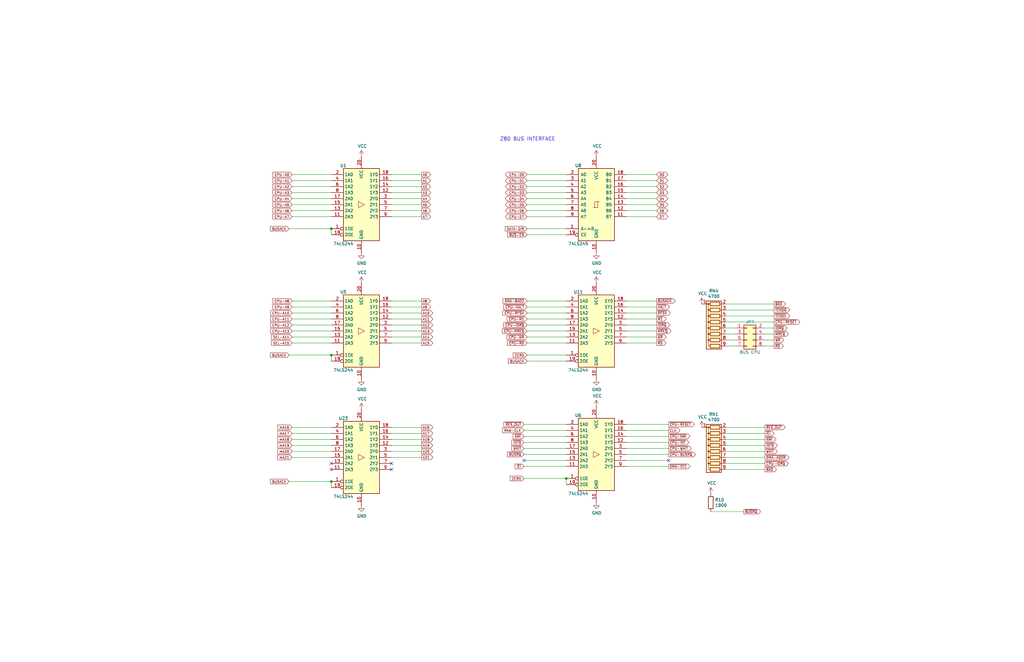
<source format=kicad_sch>
(kicad_sch (version 20211123) (generator eeschema)
  (paper "B")
  (lib_symbols
    (symbol "74xx:74HCT244"
      (property "Reference" "U" (at -7.62 16.51 0))
      (property "Value" "74HCT244" (at -7.62 -16.51 0))
      (symbol "74HCT244_1_0"
        (polyline (pts (xy 1.27 0) (xy -1.27 1.27) (xy -1.27 -1.27) (xy 1.27 0)) (stroke (width 0.1524)))
        (pin input inverted (at -12.7 -10.16 0) (length 5.08) (name "1OE") (number "1"))
        (pin power_in line (at 0 -20.32 90) (length 5.08) (name "GND") (number "10"))
        (pin input line (at -12.7 -5.08 0) (length 5.08) (name "2A3") (number "11"))
        (pin tri_state line (at 12.7 5.08 180) (length 5.08) (name "1Y3") (number "12"))
        (pin input line (at -12.7 -2.54 0) (length 5.08) (name "2A2") (number "13"))
        (pin tri_state line (at 12.7 7.62 180) (length 5.08) (name "1Y2") (number "14"))
        (pin input line (at -12.7 0 0) (length 5.08) (name "2A1") (number "15"))
        (pin tri_state line (at 12.7 10.16 180) (length 5.08) (name "1Y1") (number "16"))
        (pin input line (at -12.7 2.54 0) (length 5.08) (name "2A0") (number "17"))
        (pin tri_state line (at 12.7 12.7 180) (length 5.08) (name "1Y0") (number "18"))
        (pin input inverted (at -12.7 -12.7 0) (length 5.08) (name "2OE") (number "19"))
        (pin input line (at -12.7 12.7 0) (length 5.08) (name "1A0") (number "2"))
        (pin power_in line (at 0 20.32 270) (length 5.08) (name "VCC") (number "20"))
        (pin tri_state line (at 12.7 2.54 180) (length 5.08) (name "2Y0") (number "3"))
        (pin input line (at -12.7 10.16 0) (length 5.08) (name "1A1") (number "4"))
        (pin tri_state line (at 12.7 0 180) (length 5.08) (name "2Y1") (number "5"))
        (pin input line (at -12.7 7.62 0) (length 5.08) (name "1A2") (number "6"))
        (pin tri_state line (at 12.7 -2.54 180) (length 5.08) (name "2Y2") (number "7"))
        (pin input line (at -12.7 5.08 0) (length 5.08) (name "1A3") (number "8"))
        (pin tri_state line (at 12.7 -5.08 180) (length 5.08) (name "2Y3") (number "9"))
      )
      (symbol "74HCT244_1_1"
        (rectangle (start -7.62 15.24) (end 7.62 -15.24) (stroke (width 0.254)) (fill (type background)))
      )
    )
    (symbol "74xx:74LS245" (pin_names (offset 1.016))
      (property "Reference" "U" (at -7.62 16.51 0))
      (property "Value" "74LS245" (at -7.62 -16.51 0))
      (symbol "74LS245_1_0"
        (polyline (pts (xy -0.635 -1.27) (xy -0.635 1.27) (xy 0.635 1.27)))
        (polyline (pts (xy -1.27 -1.27) (xy 0.635 -1.27) (xy 0.635 1.27) (xy 1.27 1.27)))
        (pin input line (at -12.7 -10.16 0) (length 5.08) (name "A->B") (number "1"))
        (pin power_in line (at 0 -20.32 90) (length 5.08) (name "GND") (number "10"))
        (pin tri_state line (at 12.7 -5.08 180) (length 5.08) (name "B7") (number "11"))
        (pin tri_state line (at 12.7 -2.54 180) (length 5.08) (name "B6") (number "12"))
        (pin tri_state line (at 12.7 0 180) (length 5.08) (name "B5") (number "13"))
        (pin tri_state line (at 12.7 2.54 180) (length 5.08) (name "B4") (number "14"))
        (pin tri_state line (at 12.7 5.08 180) (length 5.08) (name "B3") (number "15"))
        (pin tri_state line (at 12.7 7.62 180) (length 5.08) (name "B2") (number "16"))
        (pin tri_state line (at 12.7 10.16 180) (length 5.08) (name "B1") (number "17"))
        (pin tri_state line (at 12.7 12.7 180) (length 5.08) (name "B0") (number "18"))
        (pin input inverted (at -12.7 -12.7 0) (length 5.08) (name "CE") (number "19"))
        (pin tri_state line (at -12.7 12.7 0) (length 5.08) (name "A0") (number "2"))
        (pin power_in line (at 0 20.32 270) (length 5.08) (name "VCC") (number "20"))
        (pin tri_state line (at -12.7 10.16 0) (length 5.08) (name "A1") (number "3"))
        (pin tri_state line (at -12.7 7.62 0) (length 5.08) (name "A2") (number "4"))
        (pin tri_state line (at -12.7 5.08 0) (length 5.08) (name "A3") (number "5"))
        (pin tri_state line (at -12.7 2.54 0) (length 5.08) (name "A4") (number "6"))
        (pin tri_state line (at -12.7 0 0) (length 5.08) (name "A5") (number "7"))
        (pin tri_state line (at -12.7 -2.54 0) (length 5.08) (name "A6") (number "8"))
        (pin tri_state line (at -12.7 -5.08 0) (length 5.08) (name "A7") (number "9"))
      )
      (symbol "74LS245_1_1"
        (rectangle (start -7.62 15.24) (end 7.62 -15.24) (stroke (width 0.254)) (fill (type background)))
      )
    )
    (symbol "Connector_Generic:Conn_02x04_Odd_Even" (pin_names (offset 1.016) hide)
      (property "Reference" "J" (at 1.27 5.08 0))
      (property "Value" "Conn_02x04_Odd_Even" (at 1.27 -7.62 0))
      (symbol "Conn_02x04_Odd_Even_1_1"
        (rectangle (start -1.27 -4.953) (end 0 -5.207) (stroke (width 0.1524)))
        (rectangle (start -1.27 -2.413) (end 0 -2.667) (stroke (width 0.1524)))
        (rectangle (start -1.27 0.127) (end 0 -0.127) (stroke (width 0.1524)))
        (rectangle (start -1.27 2.667) (end 0 2.413) (stroke (width 0.1524)))
        (rectangle (start -1.27 3.81) (end 3.81 -6.35) (stroke (width 0.254)) (fill (type background)))
        (rectangle (start 3.81 -4.953) (end 2.54 -5.207) (stroke (width 0.1524)))
        (rectangle (start 3.81 -2.413) (end 2.54 -2.667) (stroke (width 0.1524)))
        (rectangle (start 3.81 0.127) (end 2.54 -0.127) (stroke (width 0.1524)))
        (rectangle (start 3.81 2.667) (end 2.54 2.413) (stroke (width 0.1524)))
        (pin passive line (at -5.08 2.54 0) (length 3.81) (name "Pin_1") (number "1"))
        (pin passive line (at 7.62 2.54 180) (length 3.81) (name "Pin_2") (number "2"))
        (pin passive line (at -5.08 0 0) (length 3.81) (name "Pin_3") (number "3"))
        (pin passive line (at 7.62 0 180) (length 3.81) (name "Pin_4") (number "4"))
        (pin passive line (at -5.08 -2.54 0) (length 3.81) (name "Pin_5") (number "5"))
        (pin passive line (at 7.62 -2.54 180) (length 3.81) (name "Pin_6") (number "6"))
        (pin passive line (at -5.08 -5.08 0) (length 3.81) (name "Pin_7") (number "7"))
        (pin passive line (at 7.62 -5.08 180) (length 3.81) (name "Pin_8") (number "8"))
      )
    )
    (symbol "Device:R" (pin_numbers hide) (pin_names (offset 0))
      (property "Reference" "R" (at 2.032 0 90))
      (property "Value" "R" (at 0 0 90))
      (symbol "R_0_1"
        (rectangle (start -1.016 -2.54) (end 1.016 2.54) (stroke (width 0.254)))
      )
      (symbol "R_1_1"
        (pin passive line (at 0 3.81 270) (length 1.27) (name "~") (number "1"))
        (pin passive line (at 0 -3.81 90) (length 1.27) (name "~") (number "2"))
      )
    )
    (symbol "Device:R_Network08" (pin_names (offset 0) hide)
      (property "Reference" "RN" (at -12.7 0 90))
      (property "Value" "R_Network08" (at 10.16 0 90))
      (symbol "R_Network08_0_1"
        (rectangle (start -11.43 -3.175) (end 8.89 3.175) (stroke (width 0.254)) (fill (type background)))
        (rectangle (start -10.922 1.524) (end -9.398 -2.54) (stroke (width 0.254)))
        (circle (center -10.16 2.286) (radius 0.254) (fill (type outline)))
        (rectangle (start -8.382 1.524) (end -6.858 -2.54) (stroke (width 0.254)))
        (circle (center -7.62 2.286) (radius 0.254) (fill (type outline)))
        (rectangle (start -5.842 1.524) (end -4.318 -2.54) (stroke (width 0.254)))
        (circle (center -5.08 2.286) (radius 0.254) (fill (type outline)))
        (rectangle (start -3.302 1.524) (end -1.778 -2.54) (stroke (width 0.254)))
        (circle (center -2.54 2.286) (radius 0.254) (fill (type outline)))
        (rectangle (start -0.762 1.524) (end 0.762 -2.54) (stroke (width 0.254)))
        (polyline (pts (xy -10.16 -2.54) (xy -10.16 -3.81)))
        (polyline (pts (xy -7.62 -2.54) (xy -7.62 -3.81)))
        (polyline (pts (xy -5.08 -2.54) (xy -5.08 -3.81)))
        (polyline (pts (xy -2.54 -2.54) (xy -2.54 -3.81)))
        (polyline (pts (xy 0 -2.54) (xy 0 -3.81)))
        (polyline (pts (xy 2.54 -2.54) (xy 2.54 -3.81)))
        (polyline (pts (xy 5.08 -2.54) (xy 5.08 -3.81)))
        (polyline (pts (xy 7.62 -2.54) (xy 7.62 -3.81)))
        (polyline (pts (xy -10.16 1.524) (xy -10.16 2.286) (xy -7.62 2.286) (xy -7.62 1.524)))
        (polyline (pts (xy -7.62 1.524) (xy -7.62 2.286) (xy -5.08 2.286) (xy -5.08 1.524)))
        (polyline (pts (xy -5.08 1.524) (xy -5.08 2.286) (xy -2.54 2.286) (xy -2.54 1.524)))
        (polyline (pts (xy -2.54 1.524) (xy -2.54 2.286) (xy 0 2.286) (xy 0 1.524)))
        (polyline (pts (xy 0 1.524) (xy 0 2.286) (xy 2.54 2.286) (xy 2.54 1.524)))
        (polyline (pts (xy 2.54 1.524) (xy 2.54 2.286) (xy 5.08 2.286) (xy 5.08 1.524)))
        (polyline (pts (xy 5.08 1.524) (xy 5.08 2.286) (xy 7.62 2.286) (xy 7.62 1.524)))
        (circle (center 0 2.286) (radius 0.254) (fill (type outline)))
        (rectangle (start 1.778 1.524) (end 3.302 -2.54) (stroke (width 0.254)))
        (circle (center 2.54 2.286) (radius 0.254) (fill (type outline)))
        (rectangle (start 4.318 1.524) (end 5.842 -2.54) (stroke (width 0.254)))
        (circle (center 5.08 2.286) (radius 0.254) (fill (type outline)))
        (rectangle (start 6.858 1.524) (end 8.382 -2.54) (stroke (width 0.254)))
      )
      (symbol "R_Network08_1_1"
        (pin passive line (at -10.16 5.08 270) (length 2.54) (name "common") (number "1"))
        (pin passive line (at -10.16 -5.08 90) (length 1.27) (name "R1") (number "2"))
        (pin passive line (at -7.62 -5.08 90) (length 1.27) (name "R2") (number "3"))
        (pin passive line (at -5.08 -5.08 90) (length 1.27) (name "R3") (number "4"))
        (pin passive line (at -2.54 -5.08 90) (length 1.27) (name "R4") (number "5"))
        (pin passive line (at 0 -5.08 90) (length 1.27) (name "R5") (number "6"))
        (pin passive line (at 2.54 -5.08 90) (length 1.27) (name "R6") (number "7"))
        (pin passive line (at 5.08 -5.08 90) (length 1.27) (name "R7") (number "8"))
        (pin passive line (at 7.62 -5.08 90) (length 1.27) (name "R8") (number "9"))
      )
    )
    (symbol "power:GND" (power) (pin_names (offset 0))
      (property "Value" "GND" (at 0 -3.81 0))
      (symbol "GND_0_1"
        (polyline (pts (xy 0 0) (xy 0 -1.27) (xy 1.27 -1.27) (xy 0 -2.54) (xy -1.27 -1.27) (xy 0 -1.27)))
      )
      (symbol "GND_1_1"
        (pin power_in line (at 0 0 270) (length 0) hide (name "GND") (number "1"))
      )
    )
    (symbol "power:VCC" (power) (pin_names (offset 0))
      (property "Value" "VCC" (at 0 3.81 0))
      (symbol "VCC_0_1"
        (polyline (pts (xy -0.762 1.27) (xy 0 2.54)))
        (polyline (pts (xy 0 0) (xy 0 2.54)))
        (polyline (pts (xy 0 2.54) (xy 0.762 1.27)))
      )
      (symbol "VCC_1_1"
        (pin power_in line (at 0 0 90) (length 0) hide (name "VCC") (number "1"))
      )
    )
  )
  (junction (at 139.7 149.86))
  (junction (at 139.7 203.2))
  (junction (at 139.7 96.52))
  (junction (at 238.76 201.93))
  (no_connect (at 165.1 195.58))
  (no_connect (at 220.98 194.31))
  (no_connect (at 281.94 194.31))
  (no_connect (at 139.7 198.12))
  (no_connect (at 165.1 198.12))
  (no_connect (at 139.7 195.58))
  (wire (pts (xy 264.16 132.08) (xy 276.86 132.08)))
  (wire (pts (xy 165.1 193.04) (xy 177.8 193.04)))
  (wire (pts (xy 139.7 96.52) (xy 121.92 96.52)))
  (wire (pts (xy 123.19 73.66) (xy 139.7 73.66)))
  (wire (pts (xy 264.16 179.07) (xy 281.94 179.07)))
  (wire (pts (xy 306.07 190.5) (xy 322.58 190.5)))
  (wire (pts (xy 306.07 193.04) (xy 322.58 193.04)))
  (wire (pts (xy 264.16 137.16) (xy 276.86 137.16)))
  (wire (pts (xy 306.07 143.51) (xy 309.88 143.51)))
  (wire (pts (xy 123.19 88.9) (xy 139.7 88.9)))
  (wire (pts (xy 165.1 76.2) (xy 177.8 76.2)))
  (wire (pts (xy 222.25 83.82) (xy 238.76 83.82)))
  (wire (pts (xy 264.16 184.15) (xy 281.94 184.15)))
  (wire (pts (xy 222.25 144.78) (xy 238.76 144.78)))
  (wire (pts (xy 165.1 86.36) (xy 177.8 86.36)))
  (wire (pts (xy 165.1 137.16) (xy 177.8 137.16)))
  (wire (pts (xy 165.1 129.54) (xy 177.8 129.54)))
  (wire (pts (xy 264.16 196.85) (xy 281.94 196.85)))
  (wire (pts (xy 322.58 138.43) (xy 326.39 138.43)))
  (wire (pts (xy 322.58 146.05) (xy 326.39 146.05)))
  (wire (pts (xy 165.1 182.88) (xy 177.8 182.88)))
  (wire (pts (xy 306.07 195.58) (xy 322.58 195.58)))
  (wire (pts (xy 123.19 81.28) (xy 139.7 81.28)))
  (wire (pts (xy 222.25 132.08) (xy 238.76 132.08)))
  (wire (pts (xy 165.1 139.7) (xy 177.8 139.7)))
  (wire (pts (xy 123.19 76.2) (xy 139.7 76.2)))
  (wire (pts (xy 306.07 182.88) (xy 322.58 182.88)))
  (wire (pts (xy 165.1 127) (xy 177.8 127)))
  (wire (pts (xy 165.1 73.66) (xy 177.8 73.66)))
  (wire (pts (xy 222.25 81.28) (xy 238.76 81.28)))
  (wire (pts (xy 264.16 86.36) (xy 276.86 86.36)))
  (wire (pts (xy 139.7 152.4) (xy 139.7 149.86)))
  (wire (pts (xy 306.07 180.34) (xy 322.58 180.34)))
  (wire (pts (xy 306.07 140.97) (xy 309.88 140.97)))
  (wire (pts (xy 222.25 137.16) (xy 238.76 137.16)))
  (wire (pts (xy 123.19 91.44) (xy 139.7 91.44)))
  (wire (pts (xy 281.94 191.77) (xy 264.16 191.77)))
  (wire (pts (xy 238.76 134.62) (xy 222.25 134.62)))
  (wire (pts (xy 306.07 146.05) (xy 309.88 146.05)))
  (wire (pts (xy 222.25 76.2) (xy 238.76 76.2)))
  (wire (pts (xy 264.16 81.28) (xy 276.86 81.28)))
  (wire (pts (xy 139.7 149.86) (xy 121.92 149.86)))
  (wire (pts (xy 264.16 142.24) (xy 276.86 142.24)))
  (wire (pts (xy 222.25 86.36) (xy 238.76 86.36)))
  (wire (pts (xy 264.16 127) (xy 276.86 127)))
  (wire (pts (xy 264.16 181.61) (xy 281.94 181.61)))
  (wire (pts (xy 264.16 134.62) (xy 276.86 134.62)))
  (wire (pts (xy 222.25 142.24) (xy 238.76 142.24)))
  (wire (pts (xy 222.25 129.54) (xy 238.76 129.54)))
  (wire (pts (xy 123.19 129.54) (xy 139.7 129.54)))
  (wire (pts (xy 306.07 198.12) (xy 322.58 198.12)))
  (wire (pts (xy 123.19 83.82) (xy 139.7 83.82)))
  (wire (pts (xy 264.16 88.9) (xy 276.86 88.9)))
  (wire (pts (xy 165.1 187.96) (xy 177.8 187.96)))
  (wire (pts (xy 123.19 137.16) (xy 139.7 137.16)))
  (wire (pts (xy 165.1 88.9) (xy 177.8 88.9)))
  (wire (pts (xy 222.25 73.66) (xy 238.76 73.66)))
  (wire (pts (xy 281.94 189.23) (xy 264.16 189.23)))
  (wire (pts (xy 123.19 132.08) (xy 139.7 132.08)))
  (wire (pts (xy 165.1 91.44) (xy 177.8 91.44)))
  (wire (pts (xy 222.25 149.86) (xy 238.76 149.86)))
  (wire (pts (xy 220.98 191.77) (xy 238.76 191.77)))
  (wire (pts (xy 165.1 78.74) (xy 177.8 78.74)))
  (wire (pts (xy 165.1 144.78) (xy 177.8 144.78)))
  (wire (pts (xy 165.1 81.28) (xy 177.8 81.28)))
  (wire (pts (xy 322.58 143.51) (xy 326.39 143.51)))
  (wire (pts (xy 123.19 187.96) (xy 139.7 187.96)))
  (wire (pts (xy 264.16 139.7) (xy 276.86 139.7)))
  (wire (pts (xy 222.25 99.06) (xy 238.76 99.06)))
  (wire (pts (xy 306.07 138.43) (xy 309.88 138.43)))
  (wire (pts (xy 264.16 83.82) (xy 276.86 83.82)))
  (wire (pts (xy 306.07 135.89) (xy 326.39 135.89)))
  (wire (pts (xy 165.1 134.62) (xy 177.8 134.62)))
  (wire (pts (xy 165.1 83.82) (xy 177.8 83.82)))
  (wire (pts (xy 165.1 185.42) (xy 177.8 185.42)))
  (wire (pts (xy 165.1 142.24) (xy 177.8 142.24)))
  (wire (pts (xy 264.16 194.31) (xy 281.94 194.31)))
  (wire (pts (xy 220.98 186.69) (xy 238.76 186.69)))
  (wire (pts (xy 264.16 186.69) (xy 281.94 186.69)))
  (wire (pts (xy 123.19 144.78) (xy 139.7 144.78)))
  (wire (pts (xy 306.07 133.35) (xy 326.39 133.35)))
  (wire (pts (xy 306.07 187.96) (xy 322.58 187.96)))
  (wire (pts (xy 222.25 152.4) (xy 238.76 152.4)))
  (wire (pts (xy 222.25 139.7) (xy 238.76 139.7)))
  (wire (pts (xy 139.7 205.74) (xy 139.7 203.2)))
  (wire (pts (xy 123.19 180.34) (xy 139.7 180.34)))
  (wire (pts (xy 123.19 139.7) (xy 139.7 139.7)))
  (wire (pts (xy 123.19 185.42) (xy 139.7 185.42)))
  (wire (pts (xy 220.98 184.15) (xy 238.76 184.15)))
  (wire (pts (xy 165.1 180.34) (xy 177.8 180.34)))
  (wire (pts (xy 123.19 193.04) (xy 139.7 193.04)))
  (wire (pts (xy 322.58 140.97) (xy 326.39 140.97)))
  (wire (pts (xy 139.7 203.2) (xy 121.92 203.2)))
  (wire (pts (xy 238.76 201.93) (xy 238.76 204.47)))
  (wire (pts (xy 220.98 179.07) (xy 238.76 179.07)))
  (wire (pts (xy 220.98 194.31) (xy 238.76 194.31)))
  (wire (pts (xy 123.19 134.62) (xy 139.7 134.62)))
  (wire (pts (xy 165.1 132.08) (xy 177.8 132.08)))
  (wire (pts (xy 220.98 201.93) (xy 238.76 201.93)))
  (wire (pts (xy 264.16 76.2) (xy 276.86 76.2)))
  (wire (pts (xy 264.16 73.66) (xy 276.86 73.66)))
  (wire (pts (xy 222.25 96.52) (xy 238.76 96.52)))
  (wire (pts (xy 123.19 190.5) (xy 139.7 190.5)))
  (wire (pts (xy 264.16 91.44) (xy 276.86 91.44)))
  (wire (pts (xy 165.1 190.5) (xy 177.8 190.5)))
  (wire (pts (xy 238.76 127) (xy 222.25 127)))
  (wire (pts (xy 220.98 196.85) (xy 238.76 196.85)))
  (wire (pts (xy 123.19 142.24) (xy 139.7 142.24)))
  (wire (pts (xy 306.07 128.27) (xy 326.39 128.27)))
  (wire (pts (xy 123.19 127) (xy 139.7 127)))
  (wire (pts (xy 264.16 144.78) (xy 276.86 144.78)))
  (wire (pts (xy 222.25 78.74) (xy 238.76 78.74)))
  (wire (pts (xy 123.19 182.88) (xy 139.7 182.88)))
  (wire (pts (xy 264.16 78.74) (xy 276.86 78.74)))
  (wire (pts (xy 306.07 130.81) (xy 326.39 130.81)))
  (wire (pts (xy 139.7 99.06) (xy 139.7 96.52)))
  (wire (pts (xy 123.19 86.36) (xy 139.7 86.36)))
  (wire (pts (xy 306.07 185.42) (xy 322.58 185.42)))
  (wire (pts (xy 123.19 78.74) (xy 139.7 78.74)))
  (wire (pts (xy 264.16 129.54) (xy 276.86 129.54)))
  (wire (pts (xy 220.98 181.61) (xy 238.76 181.61)))
  (wire (pts (xy 220.98 189.23) (xy 238.76 189.23)))
  (wire (pts (xy 222.25 91.44) (xy 238.76 91.44)))
  (wire (pts (xy 222.25 88.9) (xy 238.76 88.9)))
  (wire (pts (xy 299.72 215.9) (xy 313.69 215.9)))
  (text "Z80 BUS INTERFACE" (at 210.82 59.69 0) (effects (font (size 1.524 1.524)) (justify left bottom)))
  (global_label "A9" (shape output) (at 177.8 129.54 0) (effects (font (size 1.016 1.016))) (property "Intersheet References" "${INTERSHEET_REFS}" (effects hide)))
  (global_label "mA20" (shape input) (at 123.19 190.5 180) (effects (font (size 1.016 1.016))) (property "Intersheet References" "${INTERSHEET_REFS}" (effects hide)))
  (global_label "D1" (shape bidirectional) (at 276.86 76.2 0) (effects (font (size 1.016 1.016))) (property "Intersheet References" "${INTERSHEET_REFS}" (effects hide)))
  (global_label "~{CPU-WAIT}" (shape output) (at 281.94 189.23 0) (effects (font (size 1.016 1.016))) (property "Intersheet References" "${INTERSHEET_REFS}" (effects hide)))
  (global_label "A19" (shape output) (at 177.8 187.96 0) (effects (font (size 1.016 1.016))) (property "Intersheet References" "${INTERSHEET_REFS}" (effects hide)))
  (global_label "~{RD}" (shape output) (at 276.86 144.78 0) (effects (font (size 1.016 1.016))) (property "Intersheet References" "${INTERSHEET_REFS}" (effects hide)))
  (global_label "~{TEND1}" (shape output) (at 326.39 133.35 0) (effects (font (size 1.016 1.016))) (property "Intersheet References" "${INTERSHEET_REFS}" (effects hide)))
  (global_label "mA16" (shape input) (at 123.19 180.34 180) (effects (font (size 1.016 1.016))) (property "Intersheet References" "${INTERSHEET_REFS}" (effects hide)))
  (global_label "~{IEI}" (shape input) (at 220.98 196.85 180) (effects (font (size 1.016 1.016))) (property "Intersheet References" "${INTERSHEET_REFS}" (effects hide)))
  (global_label "BUSACK" (shape input) (at 222.25 152.4 180) (effects (font (size 1.016 1.016))) (property "Intersheet References" "${INTERSHEET_REFS}" (effects hide)))
  (global_label "~{NMI}" (shape input) (at 220.98 184.15 180) (effects (font (size 1.016 1.016))) (property "Intersheet References" "${INTERSHEET_REFS}" (effects hide)))
  (global_label "~{CPU-IORQ}" (shape input) (at 222.25 137.16 180) (effects (font (size 1.016 1.016))) (property "Intersheet References" "${INTERSHEET_REFS}" (effects hide)))
  (global_label "A16" (shape output) (at 177.8 180.34 0) (effects (font (size 1.016 1.016))) (property "Intersheet References" "${INTERSHEET_REFS}" (effects hide)))
  (global_label "~{CPU-BUSRQ}" (shape output) (at 281.94 191.77 0) (effects (font (size 1.016 1.016))) (property "Intersheet References" "${INTERSHEET_REFS}" (effects hide)))
  (global_label "SEL-A14" (shape input) (at 123.19 142.24 180) (effects (font (size 1.016 1.016))) (property "Intersheet References" "${INTERSHEET_REFS}" (effects hide)))
  (global_label "~{CPU-M1}" (shape input) (at 222.25 134.62 180) (effects (font (size 1.016 1.016))) (property "Intersheet References" "${INTERSHEET_REFS}" (effects hide)))
  (global_label "CPU-A11" (shape input) (at 123.19 134.62 180) (effects (font (size 1.016 1.016))) (property "Intersheet References" "${INTERSHEET_REFS}" (effects hide)))
  (global_label "~{WAIT}" (shape output) (at 322.58 190.5 0) (effects (font (size 1.016 1.016))) (property "Intersheet References" "${INTERSHEET_REFS}" (effects hide)))
  (global_label "SEL-A15" (shape input) (at 123.19 144.78 180) (effects (font (size 1.016 1.016))) (property "Intersheet References" "${INTERSHEET_REFS}" (effects hide)))
  (global_label "CPU-A13" (shape input) (at 123.19 139.7 180) (effects (font (size 1.016 1.016))) (property "Intersheet References" "${INTERSHEET_REFS}" (effects hide)))
  (global_label "A15" (shape output) (at 177.8 144.78 0) (effects (font (size 1.016 1.016))) (property "Intersheet References" "${INTERSHEET_REFS}" (effects hide)))
  (global_label "BUSACK" (shape input) (at 121.92 96.52 180) (effects (font (size 1.016 1.016))) (property "Intersheet References" "${INTERSHEET_REFS}" (effects hide)))
  (global_label "A0" (shape output) (at 177.8 73.66 0) (effects (font (size 1.016 1.016))) (property "Intersheet References" "${INTERSHEET_REFS}" (effects hide)))
  (global_label "DATA-DIR" (shape input) (at 222.25 96.52 180) (effects (font (size 1.016 1.016))) (property "Intersheet References" "${INTERSHEET_REFS}" (effects hide)))
  (global_label "~{RFSH}" (shape output) (at 276.86 132.08 0) (effects (font (size 1.016 1.016))) (property "Intersheet References" "${INTERSHEET_REFS}" (effects hide)))
  (global_label "~{CPU-MREQ}" (shape input) (at 222.25 139.7 180) (effects (font (size 1.016 1.016))) (property "Intersheet References" "${INTERSHEET_REFS}" (effects hide)))
  (global_label "CPU-A8" (shape input) (at 123.19 127 180) (effects (font (size 1.016 1.016))) (property "Intersheet References" "${INTERSHEET_REFS}" (effects hide)))
  (global_label "CPU-A5" (shape input) (at 123.19 86.36 180) (effects (font (size 1.016 1.016))) (property "Intersheet References" "${INTERSHEET_REFS}" (effects hide)))
  (global_label "~{CPU-IORQ}" (shape output) (at 322.58 195.58 0) (effects (font (size 1.016 1.016))) (property "Intersheet References" "${INTERSHEET_REFS}" (effects hide)))
  (global_label "BUSACK" (shape input) (at 121.92 149.86 180) (effects (font (size 1.016 1.016))) (property "Intersheet References" "${INTERSHEET_REFS}" (effects hide)))
  (global_label "A4" (shape output) (at 177.8 83.82 0) (effects (font (size 1.016 1.016))) (property "Intersheet References" "${INTERSHEET_REFS}" (effects hide)))
  (global_label "ZERO" (shape input) (at 222.25 149.86 180) (effects (font (size 1.016 1.016))) (property "Intersheet References" "${INTERSHEET_REFS}" (effects hide)))
  (global_label "D2" (shape bidirectional) (at 276.86 78.74 0) (effects (font (size 1.016 1.016))) (property "Intersheet References" "${INTERSHEET_REFS}" (effects hide)))
  (global_label "~{BAO}" (shape output) (at 326.39 128.27 0) (effects (font (size 1.016 1.016))) (property "Intersheet References" "${INTERSHEET_REFS}" (effects hide)))
  (global_label "~{WAIT}" (shape input) (at 220.98 189.23 180) (effects (font (size 1.016 1.016))) (property "Intersheet References" "${INTERSHEET_REFS}" (effects hide)))
  (global_label "~{RES_OUT}" (shape input) (at 220.98 179.07 180) (effects (font (size 1.016 1.016))) (property "Intersheet References" "${INTERSHEET_REFS}" (effects hide)))
  (global_label "CPU-A6" (shape input) (at 123.19 88.9 180) (effects (font (size 1.016 1.016))) (property "Intersheet References" "${INTERSHEET_REFS}" (effects hide)))
  (global_label "~{CPU-RESET}" (shape output) (at 326.39 135.89 0) (effects (font (size 1.016 1.016))) (property "Intersheet References" "${INTERSHEET_REFS}" (effects hide)))
  (global_label "CPU-A2" (shape input) (at 123.19 78.74 180) (effects (font (size 1.016 1.016))) (property "Intersheet References" "${INTERSHEET_REFS}" (effects hide)))
  (global_label "mA17" (shape input) (at 123.19 182.88 180) (effects (font (size 1.016 1.016))) (property "Intersheet References" "${INTERSHEET_REFS}" (effects hide)))
  (global_label "~{M1}" (shape output) (at 276.86 134.62 0) (effects (font (size 1.016 1.016))) (property "Intersheet References" "${INTERSHEET_REFS}" (effects hide)))
  (global_label "~{NMI}" (shape output) (at 322.58 185.42 0) (effects (font (size 1.016 1.016))) (property "Intersheet References" "${INTERSHEET_REFS}" (effects hide)))
  (global_label "ZERO" (shape input) (at 220.98 201.93 180) (effects (font (size 1.016 1.016))) (property "Intersheet References" "${INTERSHEET_REFS}" (effects hide)))
  (global_label "CPU-A0" (shape input) (at 123.19 73.66 180) (effects (font (size 1.016 1.016))) (property "Intersheet References" "${INTERSHEET_REFS}" (effects hide)))
  (global_label "CLK" (shape output) (at 281.94 181.61 0) (effects (font (size 1.016 1.016))) (property "Intersheet References" "${INTERSHEET_REFS}" (effects hide)))
  (global_label "~{IORQ}" (shape output) (at 326.39 138.43 0) (effects (font (size 1.016 1.016))) (property "Intersheet References" "${INTERSHEET_REFS}" (effects hide)))
  (global_label "CPU-A3" (shape input) (at 123.19 81.28 180) (effects (font (size 1.016 1.016))) (property "Intersheet References" "${INTERSHEET_REFS}" (effects hide)))
  (global_label "A20" (shape output) (at 177.8 190.5 0) (effects (font (size 1.016 1.016))) (property "Intersheet References" "${INTERSHEET_REFS}" (effects hide)))
  (global_label "~{INT0}" (shape input) (at 220.98 186.69 180) (effects (font (size 1.016 1.016))) (property "Intersheet References" "${INTERSHEET_REFS}" (effects hide)))
  (global_label "mA19" (shape input) (at 123.19 187.96 180) (effects (font (size 1.016 1.016))) (property "Intersheet References" "${INTERSHEET_REFS}" (effects hide)))
  (global_label "~{CPU-INT}" (shape output) (at 281.94 186.69 0) (effects (font (size 1.016 1.016))) (property "Intersheet References" "${INTERSHEET_REFS}" (effects hide)))
  (global_label "A18" (shape output) (at 177.8 185.42 0) (effects (font (size 1.016 1.016))) (property "Intersheet References" "${INTERSHEET_REFS}" (effects hide)))
  (global_label "A3" (shape output) (at 177.8 81.28 0) (effects (font (size 1.016 1.016))) (property "Intersheet References" "${INTERSHEET_REFS}" (effects hide)))
  (global_label "D3" (shape bidirectional) (at 276.86 81.28 0) (effects (font (size 1.016 1.016))) (property "Intersheet References" "${INTERSHEET_REFS}" (effects hide)))
  (global_label "CPU-D3" (shape bidirectional) (at 222.25 81.28 180) (effects (font (size 1.016 1.016))) (property "Intersheet References" "${INTERSHEET_REFS}" (effects hide)))
  (global_label "CPU-D5" (shape bidirectional) (at 222.25 86.36 180) (effects (font (size 1.016 1.016))) (property "Intersheet References" "${INTERSHEET_REFS}" (effects hide)))
  (global_label "mA18" (shape input) (at 123.19 185.42 180) (effects (font (size 1.016 1.016))) (property "Intersheet References" "${INTERSHEET_REFS}" (effects hide)))
  (global_label "D7" (shape bidirectional) (at 276.86 91.44 0) (effects (font (size 1.016 1.016))) (property "Intersheet References" "${INTERSHEET_REFS}" (effects hide)))
  (global_label "~{BUSRQ}" (shape input) (at 220.98 191.77 180) (effects (font (size 1.016 1.016))) (property "Intersheet References" "${INTERSHEET_REFS}" (effects hide)))
  (global_label "~{RD}" (shape output) (at 326.39 146.05 0) (effects (font (size 1.016 1.016))) (property "Intersheet References" "${INTERSHEET_REFS}" (effects hide)))
  (global_label "CPU-D7" (shape bidirectional) (at 222.25 91.44 180) (effects (font (size 1.016 1.016))) (property "Intersheet References" "${INTERSHEET_REFS}" (effects hide)))
  (global_label "CPU-A4" (shape input) (at 123.19 83.82 180) (effects (font (size 1.016 1.016))) (property "Intersheet References" "${INTERSHEET_REFS}" (effects hide)))
  (global_label "CPU-A12" (shape input) (at 123.19 137.16 180) (effects (font (size 1.016 1.016))) (property "Intersheet References" "${INTERSHEET_REFS}" (effects hide)))
  (global_label "CPU-D0" (shape bidirectional) (at 222.25 73.66 180) (effects (font (size 1.016 1.016))) (property "Intersheet References" "${INTERSHEET_REFS}" (effects hide)))
  (global_label "~{BAO}" (shape output) (at 322.58 198.12 0) (effects (font (size 1.016 1.016))) (property "Intersheet References" "${INTERSHEET_REFS}" (effects hide)))
  (global_label "CPU-D6" (shape bidirectional) (at 222.25 88.9 180) (effects (font (size 1.016 1.016))) (property "Intersheet References" "${INTERSHEET_REFS}" (effects hide)))
  (global_label "~{DMA-ADDR}" (shape output) (at 322.58 193.04 0) (effects (font (size 1.016 1.016))) (property "Intersheet References" "${INTERSHEET_REFS}" (effects hide)))
  (global_label "BUSACK" (shape input) (at 121.92 203.2 180) (effects (font (size 1.016 1.016))) (property "Intersheet References" "${INTERSHEET_REFS}" (effects hide)))
  (global_label "~{CPU-RESET}" (shape output) (at 281.94 179.07 0) (effects (font (size 1.016 1.016))) (property "Intersheet References" "${INTERSHEET_REFS}" (effects hide)))
  (global_label "~{WR}" (shape output) (at 326.39 143.51 0) (effects (font (size 1.016 1.016))) (property "Intersheet References" "${INTERSHEET_REFS}" (effects hide)))
  (global_label "A8" (shape output) (at 177.8 127 0) (effects (font (size 1.016 1.016))) (property "Intersheet References" "${INTERSHEET_REFS}" (effects hide)))
  (global_label "~{RES_OUT}" (shape output) (at 322.58 180.34 0) (effects (font (size 1.016 1.016))) (property "Intersheet References" "${INTERSHEET_REFS}" (effects hide)))
  (global_label "A5" (shape output) (at 177.8 86.36 0) (effects (font (size 1.016 1.016))) (property "Intersheet References" "${INTERSHEET_REFS}" (effects hide)))
  (global_label "~{TEND0}" (shape output) (at 326.39 130.81 0) (effects (font (size 1.016 1.016))) (property "Intersheet References" "${INTERSHEET_REFS}" (effects hide)))
  (global_label "A11" (shape output) (at 177.8 134.62 0) (effects (font (size 1.016 1.016))) (property "Intersheet References" "${INTERSHEET_REFS}" (effects hide)))
  (global_label "~{CPU-RD}" (shape input) (at 222.25 144.78 180) (effects (font (size 1.016 1.016))) (property "Intersheet References" "${INTERSHEET_REFS}" (effects hide)))
  (global_label "D6" (shape bidirectional) (at 276.86 88.9 0) (effects (font (size 1.016 1.016))) (property "Intersheet References" "${INTERSHEET_REFS}" (effects hide)))
  (global_label "A13" (shape output) (at 177.8 139.7 0) (effects (font (size 1.016 1.016))) (property "Intersheet References" "${INTERSHEET_REFS}" (effects hide)))
  (global_label "CPU-D2" (shape bidirectional) (at 222.25 78.74 180) (effects (font (size 1.016 1.016))) (property "Intersheet References" "${INTERSHEET_REFS}" (effects hide)))
  (global_label "CPU-A9" (shape input) (at 123.19 129.54 180) (effects (font (size 1.016 1.016))) (property "Intersheet References" "${INTERSHEET_REFS}" (effects hide)))
  (global_label "~{CPU-RFSH}" (shape input) (at 222.25 132.08 180) (effects (font (size 1.016 1.016))) (property "Intersheet References" "${INTERSHEET_REFS}" (effects hide)))
  (global_label "A7" (shape output) (at 177.8 91.44 0) (effects (font (size 1.016 1.016))) (property "Intersheet References" "${INTERSHEET_REFS}" (effects hide)))
  (global_label "~{MREQ}" (shape output) (at 276.86 139.7 0) (effects (font (size 1.016 1.016))) (property "Intersheet References" "${INTERSHEET_REFS}" (effects hide)))
  (global_label "CPU-D4" (shape bidirectional) (at 222.25 83.82 180) (effects (font (size 1.016 1.016))) (property "Intersheet References" "${INTERSHEET_REFS}" (effects hide)))
  (global_label "~{MREQ}" (shape output) (at 326.39 140.97 0) (effects (font (size 1.016 1.016))) (property "Intersheet References" "${INTERSHEET_REFS}" (effects hide)))
  (global_label "A14" (shape output) (at 177.8 142.24 0) (effects (font (size 1.016 1.016))) (property "Intersheet References" "${INTERSHEET_REFS}" (effects hide)))
  (global_label "CPU-A7" (shape input) (at 123.19 91.44 180) (effects (font (size 1.016 1.016))) (property "Intersheet References" "${INTERSHEET_REFS}" (effects hide)))
  (global_label "CPU-A1" (shape input) (at 123.19 76.2 180) (effects (font (size 1.016 1.016))) (property "Intersheet References" "${INTERSHEET_REFS}" (effects hide)))
  (global_label "~{DMA-BAO2}" (shape input) (at 222.25 127 180) (effects (font (size 1.016 1.016))) (property "Intersheet References" "${INTERSHEET_REFS}" (effects hide)))
  (global_label "~{IORQ}" (shape output) (at 276.86 137.16 0) (effects (font (size 1.016 1.016))) (property "Intersheet References" "${INTERSHEET_REFS}" (effects hide)))
  (global_label "A2" (shape output) (at 177.8 78.74 0) (effects (font (size 1.016 1.016))) (property "Intersheet References" "${INTERSHEET_REFS}" (effects hide)))
  (global_label "~{INT0}" (shape output) (at 322.58 187.96 0) (effects (font (size 1.016 1.016))) (property "Intersheet References" "${INTERSHEET_REFS}" (effects hide)))
  (global_label "~{HALT}" (shape output) (at 276.86 129.54 0) (effects (font (size 1.016 1.016))) (property "Intersheet References" "${INTERSHEET_REFS}" (effects hide)))
  (global_label "A12" (shape output) (at 177.8 137.16 0) (effects (font (size 1.016 1.016))) (property "Intersheet References" "${INTERSHEET_REFS}" (effects hide)))
  (global_label "D0" (shape bidirectional) (at 276.86 73.66 0) (effects (font (size 1.016 1.016))) (property "Intersheet References" "${INTERSHEET_REFS}" (effects hide)))
  (global_label "~{CPU-WR}" (shape input) (at 222.25 142.24 180) (effects (font (size 1.016 1.016))) (property "Intersheet References" "${INTERSHEET_REFS}" (effects hide)))
  (global_label "CPU-A10" (shape input) (at 123.19 132.08 180) (effects (font (size 1.016 1.016))) (property "Intersheet References" "${INTERSHEET_REFS}" (effects hide)))
  (global_label "A10" (shape output) (at 177.8 132.08 0) (effects (font (size 1.016 1.016))) (property "Intersheet References" "${INTERSHEET_REFS}" (effects hide)))
  (global_label "D4" (shape bidirectional) (at 276.86 83.82 0) (effects (font (size 1.016 1.016))) (property "Intersheet References" "${INTERSHEET_REFS}" (effects hide)))
  (global_label "mA21" (shape input) (at 123.19 193.04 180) (effects (font (size 1.016 1.016))) (property "Intersheet References" "${INTERSHEET_REFS}" (effects hide)))
  (global_label "A21" (shape output) (at 177.8 193.04 0) (effects (font (size 1.016 1.016))) (property "Intersheet References" "${INTERSHEET_REFS}" (effects hide)))
  (global_label "~{CPU-HALT}" (shape input) (at 222.25 129.54 180) (effects (font (size 1.016 1.016))) (property "Intersheet References" "${INTERSHEET_REFS}" (effects hide)))
  (global_label "~{DMA-IEI1}" (shape output) (at 281.94 196.85 0) (effects (font (size 1.016 1.016))) (property "Intersheet References" "${INTERSHEET_REFS}" (effects hide)))
  (global_label "~{BUSACK}" (shape output) (at 276.86 127 0) (effects (font (size 1.016 1.016))) (property "Intersheet References" "${INTERSHEET_REFS}" (effects hide)))
  (global_label "~{IEI}" (shape output) (at 322.58 182.88 0) (effects (font (size 1.016 1.016))) (property "Intersheet References" "${INTERSHEET_REFS}" (effects hide)))
  (global_label "~{WR}" (shape output) (at 276.86 142.24 0) (effects (font (size 1.016 1.016))) (property "Intersheet References" "${INTERSHEET_REFS}" (effects hide)))
  (global_label "~{BUS-EN}" (shape input) (at 222.25 99.06 180) (effects (font (size 1.016 1.016))) (property "Intersheet References" "${INTERSHEET_REFS}" (effects hide)))
  (global_label "CPU-D1" (shape bidirectional) (at 222.25 76.2 180) (effects (font (size 1.016 1.016))) (property "Intersheet References" "${INTERSHEET_REFS}" (effects hide)))
  (global_label "A6" (shape output) (at 177.8 88.9 0) (effects (font (size 1.016 1.016))) (property "Intersheet References" "${INTERSHEET_REFS}" (effects hide)))
  (global_label "D5" (shape bidirectional) (at 276.86 86.36 0) (effects (font (size 1.016 1.016))) (property "Intersheet References" "${INTERSHEET_REFS}" (effects hide)))
  (global_label "A1" (shape output) (at 177.8 76.2 0) (effects (font (size 1.016 1.016))) (property "Intersheet References" "${INTERSHEET_REFS}" (effects hide)))
  (global_label "A17" (shape output) (at 177.8 182.88 0) (effects (font (size 1.016 1.016))) (property "Intersheet References" "${INTERSHEET_REFS}" (effects hide)))
  (global_label "RAW-CLK" (shape input) (at 220.98 181.61 180) (effects (font (size 1.016 1.016))) (property "Intersheet References" "${INTERSHEET_REFS}" (effects hide)))
  (global_label "~{CPU-NMI}" (shape output) (at 281.94 184.15 0) (effects (font (size 1.016 1.016))) (property "Intersheet References" "${INTERSHEET_REFS}" (effects hide)))
  (global_label "~{BUSRQ}" (shape output) (at 313.69 215.9 0) (effects (font (size 1.016 1.016))) (property "Intersheet References" "${INTERSHEET_REFS}" (effects hide)))
  (symbol (lib_id "74xx:74HCT244") (at 152.4 193.04 0) (unit 1)
    (property "Reference" "U23" (at 144.78 176.53 0))
    (property "Value" "74LS244" (at 144.78 209.55 0))
    (property "Footprint" "Package_DIP:DIP-20_W7.62mm" (effects hide))
    (property "Datasheet" "https://assets.nexperia.com/documents/data-sheet/74HC_HCT244.pdf" (effects hide))
  )
  (symbol (lib_id "power:VCC") (at 152.4 172.72 0) (unit 1)
    (property "Reference" "#PWR07" (effects hide))
    (property "Value" "VCC" (at 152.781 168.3258 0))
  )
  (symbol (lib_id "power:GND") (at 152.4 213.36 0) (unit 1)
    (property "Reference" "#PWR09" (effects hide))
    (property "Value" "GND" (at 152.527 217.7542 0))
  )
  (symbol (lib_id "74xx:74HCT244") (at 152.4 86.36 0) (unit 1)
    (property "Reference" "U1" (at 144.78 69.85 0))
    (property "Value" "74LS244" (at 144.78 102.87 0))
    (property "Footprint" "Package_DIP:DIP-20_W7.62mm" (effects hide))
    (property "Datasheet" "https://assets.nexperia.com/documents/data-sheet/74HC_HCT244.pdf" (effects hide))
  )
  (symbol (lib_id "power:VCC") (at 152.4 66.04 0) (unit 1)
    (property "Reference" "#PWR0125" (effects hide))
    (property "Value" "VCC" (at 152.781 61.6458 0))
  )
  (symbol (lib_id "power:GND") (at 152.4 106.68 0) (unit 1)
    (property "Reference" "#PWR0126" (effects hide))
    (property "Value" "GND" (at 152.527 111.0742 0))
  )
  (symbol (lib_id "74xx:74HCT244") (at 152.4 139.7 0) (unit 1)
    (property "Reference" "U5" (at 144.78 123.19 0))
    (property "Value" "74LS244" (at 144.78 156.21 0))
    (property "Footprint" "Package_DIP:DIP-20_W7.62mm" (effects hide))
    (property "Datasheet" "https://assets.nexperia.com/documents/data-sheet/74HC_HCT244.pdf" (effects hide))
  )
  (symbol (lib_id "power:VCC") (at 152.4 119.38 0) (unit 1)
    (property "Reference" "#PWR0127" (effects hide))
    (property "Value" "VCC" (at 152.781 114.9858 0))
  )
  (symbol (lib_id "power:GND") (at 152.4 160.02 0) (unit 1)
    (property "Reference" "#PWR0128" (effects hide))
    (property "Value" "GND" (at 152.527 164.4142 0))
  )
  (symbol (lib_id "74xx:74LS245") (at 251.46 86.36 0) (unit 1)
    (property "Reference" "U8" (at 243.84 69.85 0))
    (property "Value" "74LS245" (at 243.84 102.87 0))
    (property "Footprint" "Package_DIP:DIP-20_W7.62mm" (effects hide))
    (property "Datasheet" "http://www.ti.com/lit/gpn/sn74LS245" (effects hide))
  )
  (symbol (lib_id "power:VCC") (at 251.46 66.04 0) (unit 1)
    (property "Reference" "#PWR0129" (effects hide))
    (property "Value" "VCC" (at 251.841 61.6458 0))
  )
  (symbol (lib_id "power:GND") (at 251.46 106.68 0) (unit 1)
    (property "Reference" "#PWR0130" (effects hide))
    (property "Value" "GND" (at 251.587 111.0742 0))
  )
  (symbol (lib_id "74xx:74HCT244") (at 251.46 139.7 0) (unit 1)
    (property "Reference" "U11" (at 243.84 123.19 0))
    (property "Value" "74LS244" (at 243.84 156.21 0))
    (property "Footprint" "Package_DIP:DIP-20_W7.62mm" (effects hide))
    (property "Datasheet" "https://assets.nexperia.com/documents/data-sheet/74HC_HCT244.pdf" (effects hide))
  )
  (symbol (lib_id "power:VCC") (at 251.46 119.38 0) (unit 1)
    (property "Reference" "#PWR0110" (effects hide))
    (property "Value" "VCC" (at 251.841 114.9858 0))
  )
  (symbol (lib_id "power:GND") (at 251.46 160.02 0) (unit 1)
    (property "Reference" "#PWR0131" (effects hide))
    (property "Value" "GND" (at 251.587 164.4142 0))
  )
  (symbol (lib_id "Device:R_Network08") (at 300.99 138.43 90) (mirror x) (unit 1)
    (property "Reference" "RN4" (at 300.99 122.7582 90))
    (property "Value" "4700" (at 300.99 125.0696 90))
    (property "Footprint" "Resistor_THT:R_Array_SIP9" (effects hide))
    (property "Datasheet" "http://www.vishay.com/docs/31509/csc.pdf" (effects hide))
  )
  (symbol (lib_id "power:VCC") (at 295.91 128.27 0) (unit 1)
    (property "Reference" "#PWR0132" (effects hide))
    (property "Value" "VCC" (at 296.291 123.8758 0))
  )
  (symbol (lib_id "Connector_Generic:Conn_02x04_Odd_Even") (at 314.96 140.97 0) (unit 1)
    (property "Reference" "JP7" (at 316.23 135.89 0))
    (property "Value" "BUS CPU" (at 316.23 148.59 0))
    (property "Footprint" "Connector_PinHeader_2.54mm:PinHeader_2x04_P2.54mm_Vertical" (effects hide))
  )
  (symbol (lib_id "power:VCC") (at 295.91 180.34 0) (unit 1)
    (property "Reference" "#PWR0133" (effects hide))
    (property "Value" "VCC" (at 296.291 175.9458 0))
  )
  (symbol (lib_id "Device:R_Network08") (at 300.99 190.5 90) (mirror x) (unit 1)
    (property "Reference" "RN1" (at 300.99 174.8282 90))
    (property "Value" "4700" (at 300.99 177.1396 90))
    (property "Footprint" "Resistor_THT:R_Array_SIP9" (effects hide))
    (property "Datasheet" "http://www.vishay.com/docs/31509/csc.pdf" (effects hide))
  )
  (symbol (lib_id "power:GND") (at 251.46 212.09 0) (unit 1)
    (property "Reference" "#PWR0134" (effects hide))
    (property "Value" "GND" (at 251.587 216.4842 0))
  )
  (symbol (lib_id "74xx:74HCT244") (at 251.46 191.77 0) (unit 1)
    (property "Reference" "U6" (at 243.84 175.26 0))
    (property "Value" "74LS244" (at 243.84 208.28 0))
    (property "Footprint" "Package_DIP:DIP-20_W7.62mm" (effects hide))
    (property "Datasheet" "https://assets.nexperia.com/documents/data-sheet/74HC_HCT244.pdf" (effects hide))
  )
  (symbol (lib_id "power:VCC") (at 251.46 171.45 0) (unit 1)
    (property "Reference" "#PWR0135" (effects hide))
    (property "Value" "VCC" (at 251.841 167.0558 0))
  )
  (symbol (lib_id "Device:R") (at 299.72 212.09 0) (unit 1)
    (property "Reference" "R10" (at 301.498 210.9216 0) (effects (justify left)))
    (property "Value" "1800" (at 301.498 213.233 0) (effects (justify left)))
    (property "Footprint" "Resistor_THT:R_Axial_DIN0207_L6.3mm_D2.5mm_P7.62mm_Horizontal" (effects hide))
  )
  (symbol (lib_id "power:VCC") (at 299.72 208.28 0) (unit 1)
    (property "Reference" "#PWR0136" (effects hide))
    (property "Value" "VCC" (at 300.1518 203.8858 0))
  )
)
</source>
